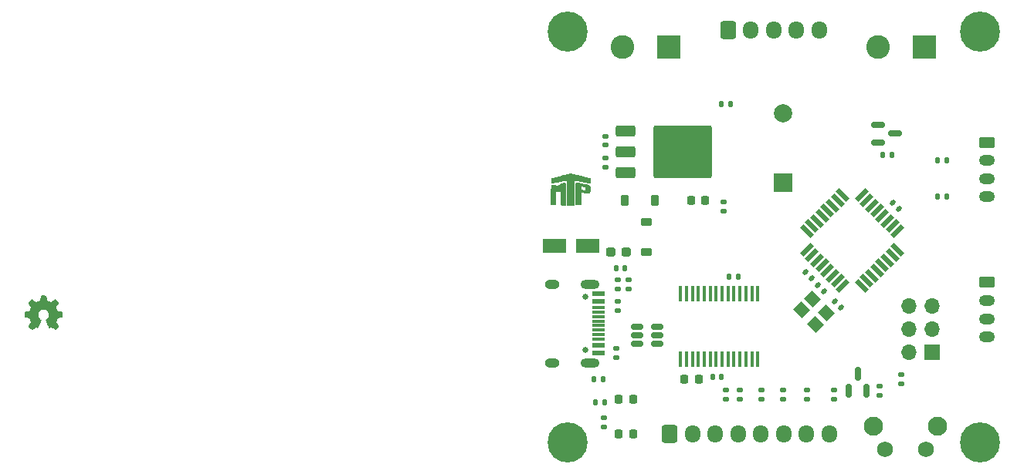
<source format=gts>
%TF.GenerationSoftware,KiCad,Pcbnew,8.0.8-8.0.8-0~ubuntu24.04.1*%
%TF.CreationDate,2025-02-01T12:16:17-07:00*%
%TF.ProjectId,Control Board,436f6e74-726f-46c2-9042-6f6172642e6b,rev?*%
%TF.SameCoordinates,Original*%
%TF.FileFunction,Soldermask,Top*%
%TF.FilePolarity,Negative*%
%FSLAX46Y46*%
G04 Gerber Fmt 4.6, Leading zero omitted, Abs format (unit mm)*
G04 Created by KiCad (PCBNEW 8.0.8-8.0.8-0~ubuntu24.04.1) date 2025-02-01 12:16:17*
%MOMM*%
%LPD*%
G01*
G04 APERTURE LIST*
G04 Aperture macros list*
%AMRoundRect*
0 Rectangle with rounded corners*
0 $1 Rounding radius*
0 $2 $3 $4 $5 $6 $7 $8 $9 X,Y pos of 4 corners*
0 Add a 4 corners polygon primitive as box body*
4,1,4,$2,$3,$4,$5,$6,$7,$8,$9,$2,$3,0*
0 Add four circle primitives for the rounded corners*
1,1,$1+$1,$2,$3*
1,1,$1+$1,$4,$5*
1,1,$1+$1,$6,$7*
1,1,$1+$1,$8,$9*
0 Add four rect primitives between the rounded corners*
20,1,$1+$1,$2,$3,$4,$5,0*
20,1,$1+$1,$4,$5,$6,$7,0*
20,1,$1+$1,$6,$7,$8,$9,0*
20,1,$1+$1,$8,$9,$2,$3,0*%
%AMRotRect*
0 Rectangle, with rotation*
0 The origin of the aperture is its center*
0 $1 length*
0 $2 width*
0 $3 Rotation angle, in degrees counterclockwise*
0 Add horizontal line*
21,1,$1,$2,0,0,$3*%
G04 Aperture macros list end*
%ADD10C,0.000000*%
%ADD11RoundRect,0.135000X0.135000X0.185000X-0.135000X0.185000X-0.135000X-0.185000X0.135000X-0.185000X0*%
%ADD12R,2.600000X2.600000*%
%ADD13C,2.600000*%
%ADD14RoundRect,0.250000X-0.625000X0.350000X-0.625000X-0.350000X0.625000X-0.350000X0.625000X0.350000X0*%
%ADD15O,1.750000X1.200000*%
%ADD16C,4.400000*%
%ADD17RoundRect,0.140000X-0.170000X0.140000X-0.170000X-0.140000X0.170000X-0.140000X0.170000X0.140000X0*%
%ADD18RoundRect,0.150000X0.150000X-0.587500X0.150000X0.587500X-0.150000X0.587500X-0.150000X-0.587500X0*%
%ADD19RoundRect,0.135000X-0.135000X-0.185000X0.135000X-0.185000X0.135000X0.185000X-0.135000X0.185000X0*%
%ADD20RoundRect,0.140000X-0.140000X-0.170000X0.140000X-0.170000X0.140000X0.170000X-0.140000X0.170000X0*%
%ADD21C,0.650000*%
%ADD22R,1.450000X0.600000*%
%ADD23R,1.450000X0.300000*%
%ADD24O,2.100000X1.000000*%
%ADD25O,1.600000X1.000000*%
%ADD26RoundRect,0.250000X-0.850000X-0.350000X0.850000X-0.350000X0.850000X0.350000X-0.850000X0.350000X0*%
%ADD27RoundRect,0.249997X-2.950003X-2.650003X2.950003X-2.650003X2.950003X2.650003X-2.950003X2.650003X0*%
%ADD28RoundRect,0.250000X1.050000X0.550000X-1.050000X0.550000X-1.050000X-0.550000X1.050000X-0.550000X0*%
%ADD29RoundRect,0.135000X0.185000X-0.135000X0.185000X0.135000X-0.185000X0.135000X-0.185000X-0.135000X0*%
%ADD30R,2.000000X2.000000*%
%ADD31C,2.000000*%
%ADD32R,0.450000X1.750000*%
%ADD33RoundRect,0.135000X-0.185000X0.135000X-0.185000X-0.135000X0.185000X-0.135000X0.185000X0.135000X0*%
%ADD34RoundRect,0.218750X0.218750X0.256250X-0.218750X0.256250X-0.218750X-0.256250X0.218750X-0.256250X0*%
%ADD35RoundRect,0.237500X-0.287500X-0.237500X0.287500X-0.237500X0.287500X0.237500X-0.287500X0.237500X0*%
%ADD36C,2.100000*%
%ADD37C,1.750000*%
%ADD38RoundRect,0.140000X0.219203X0.021213X0.021213X0.219203X-0.219203X-0.021213X-0.021213X-0.219203X0*%
%ADD39R,1.700000X1.700000*%
%ADD40O,1.700000X1.700000*%
%ADD41RoundRect,0.250000X-0.600000X-0.725000X0.600000X-0.725000X0.600000X0.725000X-0.600000X0.725000X0*%
%ADD42O,1.700000X1.950000*%
%ADD43RoundRect,0.140000X-0.219203X-0.021213X-0.021213X-0.219203X0.219203X0.021213X0.021213X0.219203X0*%
%ADD44RotRect,1.600000X0.550000X45.000000*%
%ADD45RotRect,1.600000X0.550000X135.000000*%
%ADD46RoundRect,0.140000X0.170000X-0.140000X0.170000X0.140000X-0.170000X0.140000X-0.170000X-0.140000X0*%
%ADD47RoundRect,0.150000X-0.512500X-0.150000X0.512500X-0.150000X0.512500X0.150000X-0.512500X0.150000X0*%
%ADD48RoundRect,0.147500X0.172500X-0.147500X0.172500X0.147500X-0.172500X0.147500X-0.172500X-0.147500X0*%
%ADD49RoundRect,0.150000X-0.587500X-0.150000X0.587500X-0.150000X0.587500X0.150000X-0.587500X0.150000X0*%
%ADD50RotRect,1.400000X1.200000X135.000000*%
%ADD51RoundRect,0.225000X-0.375000X0.225000X-0.375000X-0.225000X0.375000X-0.225000X0.375000X0.225000X0*%
%ADD52RoundRect,0.140000X0.140000X0.170000X-0.140000X0.170000X-0.140000X-0.170000X0.140000X-0.170000X0*%
%ADD53RoundRect,0.225000X-0.225000X-0.250000X0.225000X-0.250000X0.225000X0.250000X-0.225000X0.250000X0*%
%ADD54RoundRect,0.225000X0.225000X0.375000X-0.225000X0.375000X-0.225000X-0.375000X0.225000X-0.375000X0*%
G04 APERTURE END LIST*
D10*
%TO.C,G\u002A\u002A\u002A*%
G36*
X79906208Y-105033647D02*
G01*
X79959765Y-105034800D01*
X80252256Y-105041532D01*
X80300348Y-105310738D01*
X80321562Y-105419978D01*
X80342576Y-105511798D01*
X80360798Y-105575776D01*
X80372469Y-105600767D01*
X80411881Y-105623626D01*
X80479890Y-105653302D01*
X80562962Y-105685000D01*
X80647565Y-105713930D01*
X80720164Y-105735297D01*
X80767227Y-105744310D01*
X80775553Y-105743518D01*
X80806579Y-105725790D01*
X80867569Y-105686868D01*
X80948991Y-105632943D01*
X81020377Y-105584567D01*
X81235741Y-105437222D01*
X81434900Y-105635346D01*
X81513115Y-105714744D01*
X81576894Y-105782511D01*
X81619455Y-105831232D01*
X81634058Y-105853129D01*
X81621239Y-105879689D01*
X81586415Y-105937020D01*
X81535040Y-106016448D01*
X81478091Y-106101221D01*
X81322123Y-106329653D01*
X81378689Y-106442547D01*
X81418571Y-106528514D01*
X81453430Y-106614169D01*
X81463963Y-106644139D01*
X81474386Y-106677065D01*
X81485691Y-106701649D01*
X81504829Y-106720603D01*
X81538752Y-106736636D01*
X81594410Y-106752461D01*
X81678755Y-106770787D01*
X81798737Y-106794326D01*
X81898391Y-106813564D01*
X82054588Y-106843803D01*
X82054588Y-107131118D01*
X82054588Y-107418433D01*
X81801218Y-107469069D01*
X81673681Y-107495452D01*
X81586200Y-107516540D01*
X81531461Y-107535172D01*
X81502153Y-107554185D01*
X81490963Y-107576420D01*
X81489877Y-107589948D01*
X81480520Y-107627374D01*
X81455781Y-107694884D01*
X81420657Y-107779037D01*
X81413942Y-107794188D01*
X81338008Y-107964012D01*
X81486033Y-108177618D01*
X81546370Y-108266417D01*
X81594847Y-108341058D01*
X81625775Y-108392568D01*
X81634058Y-108411043D01*
X81617965Y-108434852D01*
X81574216Y-108484729D01*
X81509608Y-108553232D01*
X81435727Y-108628163D01*
X81237396Y-108825464D01*
X81013978Y-108677505D01*
X80790560Y-108529545D01*
X80680737Y-108582901D01*
X80615868Y-108610936D01*
X80570099Y-108624268D01*
X80557834Y-108623176D01*
X80545189Y-108597906D01*
X80517464Y-108534945D01*
X80477577Y-108441168D01*
X80428443Y-108323448D01*
X80372979Y-108188659D01*
X80360122Y-108157164D01*
X80175490Y-107704233D01*
X80307071Y-107588224D01*
X80423593Y-107465206D01*
X80495563Y-107338478D01*
X80526401Y-107201402D01*
X80528138Y-107158984D01*
X80511104Y-106993558D01*
X80456287Y-106852348D01*
X80390059Y-106758686D01*
X80264997Y-106645864D01*
X80122668Y-106577028D01*
X79967258Y-106553445D01*
X79802948Y-106576386D01*
X79795635Y-106578467D01*
X79645176Y-106645513D01*
X79524076Y-106747119D01*
X79436877Y-106876687D01*
X79388122Y-107027618D01*
X79381188Y-107180442D01*
X79398976Y-107298864D01*
X79435687Y-107399696D01*
X79497824Y-107493536D01*
X79591893Y-107590983D01*
X79679405Y-107666346D01*
X79731280Y-107708893D01*
X79540490Y-108164207D01*
X79482711Y-108301555D01*
X79431146Y-108423107D01*
X79388679Y-108522146D01*
X79358197Y-108591955D01*
X79342583Y-108625818D01*
X79341332Y-108627889D01*
X79316975Y-108623120D01*
X79263778Y-108601779D01*
X79223019Y-108582842D01*
X79113074Y-108529427D01*
X78949773Y-108637670D01*
X78864106Y-108694354D01*
X78786492Y-108745538D01*
X78731619Y-108781537D01*
X78725368Y-108785607D01*
X78698315Y-108801556D01*
X78674196Y-108806016D01*
X78645496Y-108794375D01*
X78604702Y-108762020D01*
X78544297Y-108704340D01*
X78467042Y-108627049D01*
X78389438Y-108547515D01*
X78326204Y-108479807D01*
X78284097Y-108431362D01*
X78269820Y-108410010D01*
X78282743Y-108383709D01*
X78317721Y-108327082D01*
X78369073Y-108249053D01*
X78417886Y-108177560D01*
X78565951Y-107963895D01*
X78503668Y-107824379D01*
X78467581Y-107738854D01*
X78438279Y-107661072D01*
X78425031Y-107618552D01*
X78404389Y-107564358D01*
X78382354Y-107535973D01*
X78349040Y-107524793D01*
X78279540Y-107507282D01*
X78184883Y-107486079D01*
X78102661Y-107469069D01*
X77849290Y-107418433D01*
X77849290Y-107131118D01*
X77849290Y-106843803D01*
X78005487Y-106813564D01*
X78152171Y-106785219D01*
X78258730Y-106763837D01*
X78332114Y-106746707D01*
X78379275Y-106731118D01*
X78407164Y-106714360D01*
X78422731Y-106693722D01*
X78432928Y-106666492D01*
X78439915Y-106644139D01*
X78468470Y-106568447D01*
X78507723Y-106478881D01*
X78526407Y-106440143D01*
X78584191Y-106324847D01*
X78427006Y-106099396D01*
X78364576Y-106008180D01*
X78313890Y-105930934D01*
X78280498Y-105876336D01*
X78269820Y-105853708D01*
X78285921Y-105829763D01*
X78329715Y-105779726D01*
X78394438Y-105711009D01*
X78470167Y-105634164D01*
X78670514Y-105434858D01*
X78901606Y-105592642D01*
X78994148Y-105654758D01*
X79072494Y-105705347D01*
X79128053Y-105738994D01*
X79151827Y-105750337D01*
X79193435Y-105740861D01*
X79261683Y-105716509D01*
X79343345Y-105683070D01*
X79425197Y-105646331D01*
X79494013Y-105612078D01*
X79536569Y-105586098D01*
X79543479Y-105578956D01*
X79555337Y-105541746D01*
X79572640Y-105469917D01*
X79592434Y-105376172D01*
X79601427Y-105329896D01*
X79620986Y-105228901D01*
X79638560Y-105142516D01*
X79651387Y-105084139D01*
X79654797Y-105070845D01*
X79664407Y-105052866D01*
X79686188Y-105041121D01*
X79728304Y-105034646D01*
X79798922Y-105032477D01*
X79906208Y-105033647D01*
G37*
%TO.C,REF\u002A\u002A*%
G36*
X138828696Y-91887890D02*
G01*
X138944269Y-91915779D01*
X139056524Y-91942887D01*
X139164846Y-91969064D01*
X139268622Y-91994162D01*
X139367238Y-92018031D01*
X139460079Y-92040523D01*
X139546533Y-92061488D01*
X139625985Y-92080776D01*
X139697821Y-92098240D01*
X139761428Y-92113730D01*
X139816191Y-92127097D01*
X139861497Y-92138191D01*
X139896731Y-92146864D01*
X139921281Y-92152966D01*
X139934532Y-92156349D01*
X139936802Y-92157010D01*
X139937335Y-92163624D01*
X139937931Y-92181520D01*
X139938568Y-92209354D01*
X139939222Y-92245780D01*
X139939871Y-92289453D01*
X139940489Y-92339029D01*
X139941056Y-92393163D01*
X139941255Y-92414914D01*
X139943500Y-92670470D01*
X139836167Y-92685754D01*
X139728834Y-92701039D01*
X138968034Y-92555316D01*
X138871473Y-92536823D01*
X138778075Y-92518939D01*
X138688621Y-92501815D01*
X138603894Y-92485600D01*
X138524673Y-92470442D01*
X138451741Y-92456492D01*
X138385878Y-92443899D01*
X138327866Y-92432811D01*
X138278487Y-92423380D01*
X138238521Y-92415753D01*
X138208750Y-92410080D01*
X138189955Y-92406512D01*
X138183267Y-92405257D01*
X138159300Y-92400921D01*
X138163767Y-93767588D01*
X138168235Y-95134254D01*
X138128406Y-95138417D01*
X138114483Y-95139230D01*
X138089995Y-95139952D01*
X138056230Y-95140585D01*
X138014476Y-95141127D01*
X137966022Y-95141578D01*
X137912155Y-95141939D01*
X137854164Y-95142210D01*
X137793337Y-95142390D01*
X137730962Y-95142480D01*
X137668327Y-95142480D01*
X137606720Y-95142390D01*
X137547431Y-95142209D01*
X137491745Y-95141937D01*
X137440953Y-95141576D01*
X137396342Y-95141124D01*
X137359200Y-95140582D01*
X137330816Y-95139950D01*
X137312477Y-95139227D01*
X137305471Y-95138414D01*
X137305468Y-95138411D01*
X137305089Y-95131791D01*
X137304757Y-95113121D01*
X137304472Y-95082977D01*
X137304234Y-95041938D01*
X137304043Y-94990580D01*
X137303899Y-94929480D01*
X137303803Y-94859215D01*
X137303753Y-94780363D01*
X137303751Y-94693501D01*
X137303796Y-94599205D01*
X137303888Y-94498054D01*
X137304027Y-94390623D01*
X137304213Y-94277490D01*
X137304446Y-94159233D01*
X137304727Y-94036428D01*
X137305054Y-93909653D01*
X137305429Y-93779484D01*
X137305461Y-93768775D01*
X137309624Y-92403308D01*
X137284901Y-92408813D01*
X137259010Y-92414443D01*
X137223156Y-92422034D01*
X137178276Y-92431399D01*
X137125305Y-92442349D01*
X137065180Y-92454697D01*
X136998837Y-92468256D01*
X136927211Y-92482838D01*
X136851238Y-92498255D01*
X136771855Y-92514319D01*
X136689996Y-92530842D01*
X136606598Y-92547638D01*
X136522597Y-92564518D01*
X136438929Y-92581295D01*
X136356530Y-92597780D01*
X136276335Y-92613787D01*
X136199280Y-92629127D01*
X136126301Y-92643613D01*
X136058335Y-92657058D01*
X135996317Y-92669273D01*
X135941182Y-92680070D01*
X135893868Y-92689263D01*
X135855309Y-92696663D01*
X135826441Y-92702083D01*
X135808202Y-92705336D01*
X135801715Y-92706255D01*
X135785407Y-92705329D01*
X135761440Y-92702858D01*
X135732400Y-92699232D01*
X135700873Y-92694839D01*
X135669443Y-92690069D01*
X135640695Y-92685311D01*
X135617216Y-92680955D01*
X135601591Y-92677390D01*
X135596462Y-92675345D01*
X135595581Y-92667969D01*
X135595012Y-92649650D01*
X135594727Y-92622037D01*
X135594702Y-92586779D01*
X135594911Y-92545525D01*
X135595327Y-92499923D01*
X135595925Y-92451623D01*
X135596679Y-92402274D01*
X135597563Y-92353524D01*
X135598551Y-92307022D01*
X135599617Y-92264418D01*
X135600736Y-92227359D01*
X135601881Y-92197495D01*
X135603027Y-92176475D01*
X135604148Y-92165948D01*
X135604470Y-92165088D01*
X135611002Y-92163041D01*
X135629145Y-92158042D01*
X135658272Y-92150256D01*
X135697755Y-92139843D01*
X135746967Y-92126965D01*
X135805281Y-92111786D01*
X135872070Y-92094466D01*
X135946707Y-92075168D01*
X136028565Y-92054054D01*
X136117016Y-92031286D01*
X136211433Y-92007026D01*
X136311190Y-91981437D01*
X136415660Y-91954680D01*
X136524214Y-91926917D01*
X136636226Y-91898311D01*
X136666030Y-91890707D01*
X137722797Y-91621118D01*
X138828696Y-91887890D01*
G37*
G36*
X139088477Y-92758890D02*
G01*
X139195439Y-92777612D01*
X139290708Y-92794297D01*
X139375018Y-92809132D01*
X139449108Y-92822300D01*
X139513712Y-92833988D01*
X139569568Y-92844380D01*
X139617411Y-92853662D01*
X139657979Y-92862020D01*
X139692007Y-92869638D01*
X139720232Y-92876702D01*
X139743391Y-92883396D01*
X139762218Y-92889907D01*
X139777452Y-92896420D01*
X139789828Y-92903119D01*
X139800082Y-92910191D01*
X139808952Y-92917819D01*
X139817173Y-92926191D01*
X139825482Y-92935490D01*
X139834614Y-92945902D01*
X139835433Y-92946822D01*
X139874860Y-93000063D01*
X139907277Y-93062982D01*
X139932246Y-93134476D01*
X139949327Y-93213441D01*
X139953549Y-93244237D01*
X139956998Y-93285286D01*
X139958739Y-93332397D01*
X139958877Y-93382803D01*
X139957515Y-93433739D01*
X139954757Y-93482439D01*
X139950708Y-93526137D01*
X139945469Y-93562066D01*
X139940874Y-93582078D01*
X139919394Y-93641620D01*
X139892589Y-93692134D01*
X139861094Y-93732842D01*
X139825545Y-93762965D01*
X139786577Y-93781727D01*
X139775272Y-93784807D01*
X139760097Y-93787338D01*
X139734948Y-93790478D01*
X139702447Y-93793945D01*
X139665215Y-93797458D01*
X139630972Y-93800335D01*
X139514169Y-93809569D01*
X139233209Y-93782499D01*
X139175073Y-93776929D01*
X139120926Y-93771800D01*
X139072037Y-93767228D01*
X139029675Y-93763330D01*
X138995108Y-93760221D01*
X138969603Y-93758017D01*
X138954429Y-93756834D01*
X138950585Y-93756689D01*
X138950408Y-93763042D01*
X138950373Y-93781128D01*
X138950472Y-93810052D01*
X138950698Y-93848920D01*
X138951043Y-93896839D01*
X138951500Y-93952914D01*
X138952062Y-94016251D01*
X138952722Y-94085957D01*
X138953471Y-94161137D01*
X138954304Y-94240897D01*
X138955213Y-94324343D01*
X138955226Y-94325569D01*
X138956176Y-94412230D01*
X138957084Y-94497477D01*
X138957940Y-94580161D01*
X138958734Y-94659134D01*
X138959454Y-94733249D01*
X138960089Y-94801357D01*
X138960630Y-94862311D01*
X138961065Y-94914963D01*
X138961383Y-94958165D01*
X138961574Y-94990768D01*
X138961627Y-95007875D01*
X138961720Y-95122561D01*
X138915946Y-95126026D01*
X138898413Y-95126897D01*
X138869991Y-95127757D01*
X138832418Y-95128591D01*
X138787433Y-95129384D01*
X138736774Y-95130118D01*
X138682179Y-95130780D01*
X138625386Y-95131352D01*
X138568134Y-95131820D01*
X138512162Y-95132167D01*
X138459207Y-95132379D01*
X138411007Y-95132438D01*
X138369302Y-95132330D01*
X138335830Y-95132039D01*
X138312328Y-95131550D01*
X138310570Y-95131488D01*
X138256064Y-95129482D01*
X138252286Y-94862964D01*
X138251830Y-94825063D01*
X138251367Y-94775501D01*
X138250900Y-94715245D01*
X138250435Y-94645261D01*
X138249974Y-94566515D01*
X138249524Y-94479974D01*
X138249087Y-94386605D01*
X138248668Y-94287373D01*
X138248272Y-94183245D01*
X138247903Y-94075189D01*
X138247565Y-93964169D01*
X138247263Y-93851153D01*
X138247000Y-93737107D01*
X138246811Y-93639920D01*
X138246032Y-93200584D01*
X138943743Y-93200584D01*
X138943794Y-93239786D01*
X138944102Y-93279653D01*
X138944654Y-93318193D01*
X138945437Y-93353413D01*
X138946440Y-93383321D01*
X138947650Y-93405922D01*
X138949054Y-93419225D01*
X138949890Y-93421842D01*
X138956943Y-93423591D01*
X138974631Y-93426486D01*
X139001036Y-93430295D01*
X139034242Y-93434783D01*
X139072331Y-93439715D01*
X139113386Y-93444858D01*
X139155491Y-93449978D01*
X139196728Y-93454840D01*
X139235181Y-93459211D01*
X139268931Y-93462856D01*
X139296063Y-93465540D01*
X139314659Y-93467031D01*
X139321601Y-93467238D01*
X139335031Y-93465476D01*
X139344418Y-93459655D01*
X139353180Y-93446839D01*
X139359483Y-93434725D01*
X139366984Y-93418118D01*
X139371643Y-93402279D01*
X139374079Y-93383420D01*
X139374907Y-93357753D01*
X139374905Y-93340019D01*
X139373991Y-93305631D01*
X139371287Y-93279516D01*
X139366156Y-93257376D01*
X139360169Y-93240375D01*
X139341581Y-93202125D01*
X139319067Y-93170217D01*
X139294592Y-93147215D01*
X139283719Y-93140582D01*
X139273204Y-93137403D01*
X139252332Y-93132764D01*
X139223239Y-93127024D01*
X139188065Y-93120540D01*
X139148946Y-93113671D01*
X139108020Y-93106775D01*
X139067426Y-93100209D01*
X139029302Y-93094332D01*
X138995785Y-93089502D01*
X138969013Y-93086078D01*
X138951125Y-93084416D01*
X138947775Y-93084315D01*
X138946356Y-93090294D01*
X138945255Y-93106904D01*
X138944461Y-93132150D01*
X138943961Y-93164042D01*
X138943743Y-93200584D01*
X138246032Y-93200584D01*
X138245116Y-92683395D01*
X138349774Y-92665616D01*
X138454433Y-92647836D01*
X139088477Y-92758890D01*
G37*
G36*
X137131206Y-92667861D02*
G01*
X137166732Y-92673730D01*
X137197872Y-92679384D01*
X137222492Y-92684395D01*
X137238461Y-92688334D01*
X137243575Y-92690428D01*
X137244000Y-92697156D01*
X137244372Y-92715761D01*
X137244692Y-92745502D01*
X137244961Y-92785633D01*
X137245183Y-92835412D01*
X137245357Y-92894094D01*
X137245487Y-92960935D01*
X137245573Y-93035192D01*
X137245617Y-93116121D01*
X137245621Y-93202978D01*
X137245587Y-93295019D01*
X137245516Y-93391501D01*
X137245410Y-93491680D01*
X137245271Y-93594811D01*
X137245100Y-93700151D01*
X137244899Y-93806956D01*
X137244669Y-93914483D01*
X137244413Y-94021988D01*
X137244132Y-94128726D01*
X137243828Y-94233954D01*
X137243502Y-94336929D01*
X137243155Y-94436906D01*
X137242791Y-94533141D01*
X137242410Y-94624892D01*
X137242014Y-94711413D01*
X137241605Y-94791961D01*
X137241184Y-94865793D01*
X137240753Y-94932164D01*
X137240314Y-94990331D01*
X137239869Y-95039550D01*
X137239418Y-95079077D01*
X137238965Y-95108168D01*
X137238509Y-95126080D01*
X137238078Y-95132063D01*
X137230458Y-95133518D01*
X137211645Y-95134788D01*
X137183072Y-95135856D01*
X137146173Y-95136710D01*
X137102379Y-95137334D01*
X137053126Y-95137715D01*
X136999845Y-95137838D01*
X136943969Y-95137689D01*
X136886933Y-95137254D01*
X136830169Y-95136518D01*
X136815064Y-95136266D01*
X136635123Y-95133109D01*
X136636678Y-94678523D01*
X136637020Y-94590647D01*
X136637465Y-94496350D01*
X136637995Y-94398032D01*
X136638595Y-94298088D01*
X136639250Y-94198918D01*
X136639943Y-94102919D01*
X136640658Y-94012490D01*
X136641381Y-93930027D01*
X136642055Y-93861681D01*
X136645878Y-93499425D01*
X136581773Y-93552310D01*
X136555372Y-93573892D01*
X136530237Y-93594090D01*
X136509129Y-93610706D01*
X136494813Y-93621540D01*
X136494317Y-93621896D01*
X136470967Y-93638598D01*
X136360477Y-93627946D01*
X136249988Y-93617295D01*
X136184888Y-93577430D01*
X136159649Y-93562252D01*
X136138592Y-93550118D01*
X136123867Y-93542227D01*
X136117623Y-93539782D01*
X136117584Y-93539811D01*
X136117238Y-93546284D01*
X136116767Y-93564623D01*
X136116183Y-93594068D01*
X136115496Y-93633859D01*
X136114716Y-93683236D01*
X136113855Y-93741439D01*
X136112924Y-93807707D01*
X136111932Y-93881279D01*
X136110891Y-93961397D01*
X136109811Y-94047300D01*
X136108703Y-94138227D01*
X136107578Y-94233418D01*
X136106488Y-94328438D01*
X136105335Y-94427133D01*
X136104153Y-94522371D01*
X136102953Y-94613385D01*
X136101750Y-94699407D01*
X136100555Y-94779670D01*
X136099382Y-94853408D01*
X136098244Y-94919853D01*
X136097155Y-94978238D01*
X136096127Y-95027796D01*
X136095174Y-95067760D01*
X136094308Y-95097363D01*
X136093543Y-95115837D01*
X136092920Y-95122386D01*
X136088413Y-95124361D01*
X136077003Y-95125996D01*
X136057864Y-95127314D01*
X136030167Y-95128337D01*
X135993085Y-95129089D01*
X135945792Y-95129594D01*
X135887459Y-95129873D01*
X135823441Y-95129952D01*
X135558638Y-95129952D01*
X135558775Y-95005257D01*
X135558899Y-94977599D01*
X135559214Y-94939589D01*
X135559706Y-94892027D01*
X135560363Y-94835713D01*
X135561172Y-94771448D01*
X135562119Y-94700033D01*
X135563192Y-94622268D01*
X135564378Y-94538953D01*
X135565663Y-94450890D01*
X135567035Y-94358879D01*
X135568481Y-94263720D01*
X135569988Y-94166215D01*
X135571542Y-94067163D01*
X135573131Y-93967365D01*
X135574742Y-93867622D01*
X135576362Y-93768734D01*
X135577977Y-93671503D01*
X135579575Y-93576728D01*
X135581143Y-93485210D01*
X135582668Y-93397750D01*
X135584136Y-93315148D01*
X135585535Y-93238205D01*
X135586852Y-93167721D01*
X135588074Y-93104498D01*
X135589188Y-93049335D01*
X135590180Y-93003033D01*
X135591039Y-92966393D01*
X135591750Y-92940215D01*
X135592301Y-92925300D01*
X135592585Y-92921989D01*
X135599447Y-92919955D01*
X135616986Y-92915979D01*
X135643465Y-92910420D01*
X135677144Y-92903637D01*
X135716285Y-92895989D01*
X135746134Y-92890288D01*
X135896421Y-92861848D01*
X136006910Y-92875792D01*
X136117400Y-92889736D01*
X136220322Y-92946404D01*
X136253073Y-92964183D01*
X136282107Y-92979460D01*
X136305597Y-92991315D01*
X136321718Y-92998827D01*
X136328634Y-93001076D01*
X136334531Y-92996583D01*
X136348761Y-92984762D01*
X136370163Y-92966607D01*
X136397574Y-92943112D01*
X136429830Y-92915274D01*
X136465771Y-92884086D01*
X136489588Y-92863335D01*
X136527519Y-92830372D01*
X136562763Y-92799999D01*
X136594107Y-92773242D01*
X136620339Y-92751127D01*
X136640246Y-92734680D01*
X136652614Y-92724926D01*
X136655922Y-92722708D01*
X136664724Y-92720320D01*
X136684267Y-92715987D01*
X136712873Y-92710050D01*
X136748863Y-92702849D01*
X136790560Y-92694724D01*
X136836284Y-92686015D01*
X136845107Y-92684357D01*
X137023523Y-92650888D01*
X137131206Y-92667861D01*
G37*
%TD*%
D11*
%TO.C,R5*%
X141510000Y-116800000D03*
X140490000Y-116800000D03*
%TD*%
D12*
%TO.C,J1*%
X148480000Y-77695000D03*
D13*
X143400000Y-77695000D03*
%TD*%
D14*
%TO.C,J7*%
X183400000Y-103600000D03*
D15*
X183400000Y-105600000D03*
X183400000Y-107600000D03*
X183400000Y-109600000D03*
%TD*%
D16*
%TO.C,H3*%
X182600000Y-76000000D03*
%TD*%
D17*
%TO.C,C15*%
X141521573Y-89941573D03*
X141521573Y-90901573D03*
%TD*%
D18*
%TO.C,Q4*%
X168250000Y-115537500D03*
X170150000Y-115537500D03*
X169200000Y-113662500D03*
%TD*%
D19*
%TO.C,R16*%
X171952500Y-89600000D03*
X172972500Y-89600000D03*
%TD*%
D20*
%TO.C,C1*%
X155120000Y-103000000D03*
X156080000Y-103000000D03*
%TD*%
D21*
%TO.C,J2*%
X139321573Y-105201573D03*
X139321573Y-110981573D03*
D22*
X140766573Y-104841573D03*
X140766573Y-105641573D03*
D23*
X140766573Y-106841573D03*
X140766573Y-107841573D03*
X140766573Y-108341573D03*
X140766573Y-109341573D03*
D22*
X140766573Y-110541573D03*
X140766573Y-111341573D03*
X140766573Y-111341573D03*
X140766573Y-110541573D03*
D23*
X140766573Y-109841573D03*
X140766573Y-108841573D03*
X140766573Y-107341573D03*
X140766573Y-106341573D03*
D22*
X140766573Y-105641573D03*
X140766573Y-104841573D03*
D24*
X139851573Y-103771573D03*
D25*
X135671573Y-103771573D03*
D24*
X139851573Y-112411573D03*
D25*
X135671573Y-112411573D03*
%TD*%
D26*
%TO.C,U1*%
X143721573Y-86941573D03*
X143721573Y-89221573D03*
D27*
X150021573Y-89221573D03*
D26*
X143721573Y-91501573D03*
%TD*%
D14*
%TO.C,J5*%
X183400000Y-88200000D03*
D15*
X183400000Y-90200000D03*
X183400000Y-92200000D03*
X183400000Y-94200000D03*
%TD*%
D12*
%TO.C,J8*%
X176545000Y-77695000D03*
D13*
X171465000Y-77695000D03*
%TD*%
D11*
%TO.C,R13*%
X179000000Y-90200000D03*
X177980000Y-90200000D03*
%TD*%
D28*
%TO.C,C13*%
X139600000Y-99621573D03*
X136000000Y-99621573D03*
%TD*%
D29*
%TO.C,R1*%
X142721573Y-111841573D03*
X142721573Y-110821573D03*
%TD*%
D30*
%TO.C,BZ1*%
X161000000Y-92600000D03*
D31*
X161000000Y-85000000D03*
%TD*%
D32*
%TO.C,U3*%
X158250000Y-104800000D03*
X157600000Y-104800000D03*
X156950000Y-104800000D03*
X156300000Y-104800000D03*
X155650000Y-104800000D03*
X155000000Y-104800000D03*
X154350000Y-104800000D03*
X153700000Y-104800000D03*
X153050000Y-104800000D03*
X152400000Y-104800000D03*
X151750000Y-104800000D03*
X151100000Y-104800000D03*
X150450000Y-104800000D03*
X149800000Y-104800000D03*
X149800000Y-112000000D03*
X150450000Y-112000000D03*
X151100000Y-112000000D03*
X151750000Y-112000000D03*
X152400000Y-112000000D03*
X153050000Y-112000000D03*
X153700000Y-112000000D03*
X154350000Y-112000000D03*
X155000000Y-112000000D03*
X155650000Y-112000000D03*
X156300000Y-112000000D03*
X156950000Y-112000000D03*
X157600000Y-112000000D03*
X158250000Y-112000000D03*
%TD*%
D33*
%TO.C,R21*%
X161050000Y-115427500D03*
X161050000Y-116447500D03*
%TD*%
D17*
%TO.C,C4*%
X144121573Y-103341573D03*
X144121573Y-104301573D03*
%TD*%
D34*
%TO.C,D8*%
X152509073Y-94621573D03*
X150934073Y-94621573D03*
%TD*%
D33*
%TO.C,R19*%
X154800000Y-115427500D03*
X154800000Y-116447500D03*
%TD*%
D34*
%TO.C,D2*%
X144587500Y-120200000D03*
X143012500Y-120200000D03*
%TD*%
D35*
%TO.C,F2*%
X142125000Y-100221573D03*
X143875000Y-100221573D03*
%TD*%
D36*
%TO.C,SW1*%
X177950000Y-119400000D03*
X170940000Y-119400000D03*
D37*
X176700000Y-121890000D03*
X172200000Y-121890000D03*
%TD*%
D38*
%TO.C,C9*%
X167339411Y-106339411D03*
X166660589Y-105660589D03*
%TD*%
D39*
%TO.C,J6*%
X177400000Y-111280000D03*
D40*
X174860000Y-111280000D03*
X177400000Y-108740000D03*
X174860000Y-108740000D03*
X177400000Y-106200000D03*
X174860000Y-106200000D03*
%TD*%
D41*
%TO.C,J3*%
X155000000Y-75896573D03*
D42*
X157500000Y-75896573D03*
X160000000Y-75896573D03*
X162500000Y-75896573D03*
X165000000Y-75896573D03*
%TD*%
D43*
%TO.C,C7*%
X173060589Y-94860589D03*
X173739411Y-95539411D03*
%TD*%
D41*
%TO.C,J4*%
X148600000Y-120200000D03*
D42*
X151100000Y-120200000D03*
X153600000Y-120200000D03*
X156100000Y-120200000D03*
X158600000Y-120200000D03*
X161100000Y-120200000D03*
X163600000Y-120200000D03*
X166100000Y-120200000D03*
%TD*%
D44*
%TO.C,U5*%
X163614897Y-100025305D03*
X164180583Y-100590990D03*
X164746268Y-101156676D03*
X165311953Y-101722361D03*
X165877639Y-102288047D03*
X166443324Y-102853732D03*
X167009010Y-103419417D03*
X167574695Y-103985103D03*
D45*
X169625305Y-103985103D03*
X170190990Y-103419417D03*
X170756676Y-102853732D03*
X171322361Y-102288047D03*
X171888047Y-101722361D03*
X172453732Y-101156676D03*
X173019417Y-100590990D03*
X173585103Y-100025305D03*
D44*
X173585103Y-97974695D03*
X173019417Y-97409010D03*
X172453732Y-96843324D03*
X171888047Y-96277639D03*
X171322361Y-95711953D03*
X170756676Y-95146268D03*
X170190990Y-94580583D03*
X169625305Y-94014897D03*
D45*
X167574695Y-94014897D03*
X167009010Y-94580583D03*
X166443324Y-95146268D03*
X165877639Y-95711953D03*
X165311953Y-96277639D03*
X164746268Y-96843324D03*
X164180583Y-97409010D03*
X163614897Y-97974695D03*
%TD*%
D46*
%TO.C,C16*%
X141521573Y-88501573D03*
X141521573Y-87541573D03*
%TD*%
D29*
%TO.C,R7*%
X166650000Y-116447500D03*
X166650000Y-115427500D03*
%TD*%
%TO.C,R14*%
X174000000Y-114710000D03*
X174000000Y-113690000D03*
%TD*%
D33*
%TO.C,R20*%
X158650000Y-115427500D03*
X158650000Y-116447500D03*
%TD*%
D47*
%TO.C,U2*%
X144984073Y-108471573D03*
X144984073Y-109421573D03*
X144984073Y-110371573D03*
X147259073Y-110371573D03*
X147259073Y-109421573D03*
X147259073Y-108471573D03*
%TD*%
D33*
%TO.C,R18*%
X156250000Y-115427500D03*
X156250000Y-116447500D03*
%TD*%
D34*
%TO.C,D3*%
X144587500Y-116400000D03*
X143012500Y-116400000D03*
%TD*%
D16*
%TO.C,H4*%
X182600000Y-121200000D03*
%TD*%
D29*
%TO.C,R4*%
X141400000Y-119510000D03*
X141400000Y-118490000D03*
%TD*%
D33*
%TO.C,R9*%
X154521573Y-94711573D03*
X154521573Y-95731573D03*
%TD*%
D48*
%TO.C,FB2*%
X142921573Y-104306573D03*
X142921573Y-103336573D03*
%TD*%
D49*
%TO.C,Q3*%
X171462500Y-86300000D03*
X171462500Y-88200000D03*
X173337500Y-87250000D03*
%TD*%
D50*
%TO.C,Y2*%
X165778858Y-106976777D03*
X164223223Y-105421142D03*
X163021142Y-106623223D03*
X164576777Y-108178858D03*
%TD*%
D51*
%TO.C,D6*%
X146000000Y-96950000D03*
X146000000Y-100250000D03*
%TD*%
D52*
%TO.C,C2*%
X154280000Y-114000000D03*
X153320000Y-114000000D03*
%TD*%
D53*
%TO.C,C12*%
X150225000Y-114200000D03*
X151775000Y-114200000D03*
%TD*%
D52*
%TO.C,C5*%
X143680000Y-102021573D03*
X142720000Y-102021573D03*
%TD*%
D16*
%TO.C,H1*%
X137400000Y-76000000D03*
%TD*%
D11*
%TO.C,R17*%
X179000000Y-94200000D03*
X177980000Y-94200000D03*
%TD*%
D43*
%TO.C,C8*%
X164860589Y-103860589D03*
X165539411Y-104539411D03*
%TD*%
D33*
%TO.C,R2*%
X142921573Y-105711573D03*
X142921573Y-106731573D03*
%TD*%
D16*
%TO.C,H2*%
X137400000Y-121200000D03*
%TD*%
D33*
%TO.C,R6*%
X171600000Y-114990000D03*
X171600000Y-116010000D03*
%TD*%
D19*
%TO.C,R15*%
X154290000Y-84000000D03*
X155310000Y-84000000D03*
%TD*%
%TO.C,R8*%
X140290000Y-114200000D03*
X141310000Y-114200000D03*
%TD*%
D38*
%TO.C,C6*%
X164139411Y-103139411D03*
X163460589Y-102460589D03*
%TD*%
D33*
%TO.C,R22*%
X163650000Y-115427500D03*
X163650000Y-116447500D03*
%TD*%
D54*
%TO.C,D7*%
X146971573Y-94621573D03*
X143671573Y-94621573D03*
%TD*%
M02*

</source>
